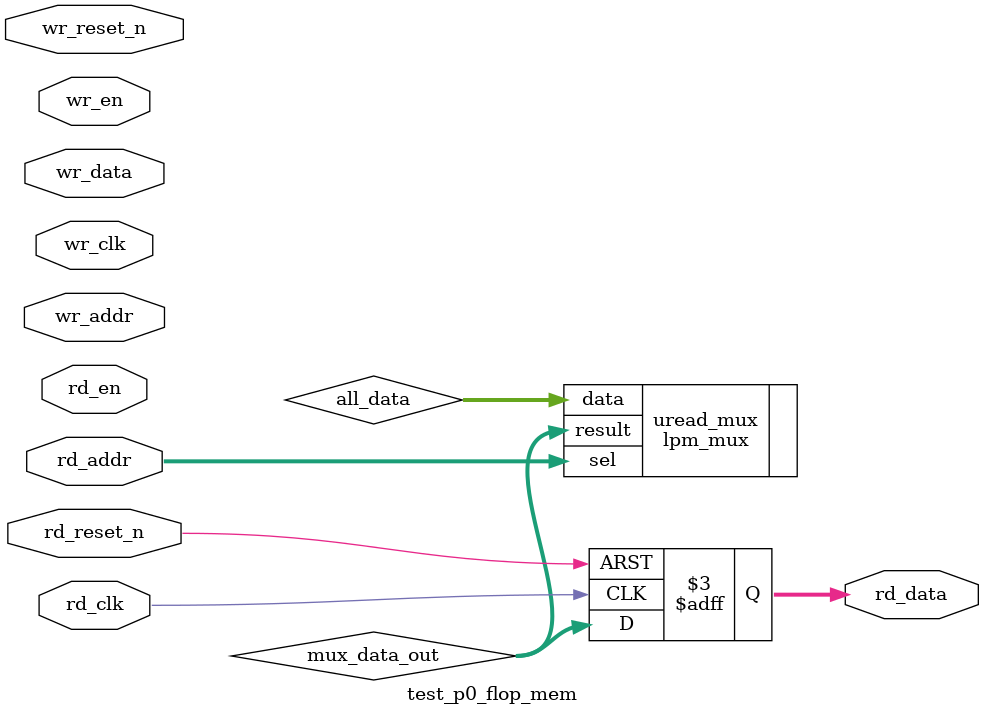
<source format=v>



`timescale 1 ps / 1 ps

(* altera_attribute = "-name ALLOW_SYNCH_CTRL_USAGE ON;-name AUTO_CLOCK_ENABLE_RECOGNITION ON" *)
module test_p0_flop_mem(
	wr_reset_n,
	wr_clk,
	wr_en,
	wr_addr,
	wr_data,
	rd_reset_n,
	rd_clk,
	rd_en,
	rd_addr,
	rd_data
);

parameter WRITE_MEM_DEPTH	= "";
parameter WRITE_ADDR_WIDTH	= "";
parameter WRITE_DATA_WIDTH	= "";
parameter READ_MEM_DEPTH	= "";
parameter READ_ADDR_WIDTH	= "";		 
parameter READ_DATA_WIDTH	= "";


input	wr_reset_n;
input	wr_clk;
input	wr_en;
input	[WRITE_ADDR_WIDTH-1:0] wr_addr;
input	[WRITE_DATA_WIDTH-1:0] wr_data;
input	rd_reset_n;
input	rd_clk;
input	rd_en;
input	[READ_ADDR_WIDTH-1:0] rd_addr;
output	[READ_DATA_WIDTH-1:0] rd_data;



wire	[WRITE_DATA_WIDTH*WRITE_MEM_DEPTH-1:0] all_data;
wire	[READ_DATA_WIDTH-1:0] mux_data_out;



// declare a memory with WRITE_MEM_DEPTH entries
// each entry contains a data size of WRITE_DATA_WIDTH
reg	[WRITE_DATA_WIDTH-1:0] data_stored [0:WRITE_MEM_DEPTH-1] /* synthesis syn_preserve = 1 */;
reg	[READ_DATA_WIDTH-1:0] rd_data;

generate
genvar entry;
	for (entry=0; entry < WRITE_MEM_DEPTH; entry=entry+1)
	begin: mem_location
		assign all_data[(WRITE_DATA_WIDTH*(entry+1)-1) : (WRITE_DATA_WIDTH*entry)] = data_stored[entry]; 
		
		always @(posedge wr_clk or negedge wr_reset_n)
		begin
			if (~wr_reset_n) begin
				data_stored[entry] <= {WRITE_DATA_WIDTH{1'b0}};
			end else begin
				if (wr_en) begin
					if (entry == wr_addr) begin
						data_stored[entry] <= wr_data;
					end
				end
			end
		end		
	end
endgenerate

// mux to select the correct output data based on read address
lpm_mux	uread_mux(
	.sel (rd_addr),
	.data (all_data),
	.result (mux_data_out)
	// synopsys translate_off
	,
	.aclr (),
	.clken (),
	.clock ()
	// synopsys translate_on
	);
 defparam uread_mux.lpm_size = READ_MEM_DEPTH;
 defparam uread_mux.lpm_type = "LPM_MUX";
 defparam uread_mux.lpm_width = READ_DATA_WIDTH;
 defparam uread_mux.lpm_widths = READ_ADDR_WIDTH;

always @(posedge rd_clk or negedge rd_reset_n)	
begin
	if (~rd_reset_n) begin
		rd_data <= {READ_DATA_WIDTH{1'b0}};
	end else begin
		rd_data <= mux_data_out;
	end
end

endmodule

</source>
